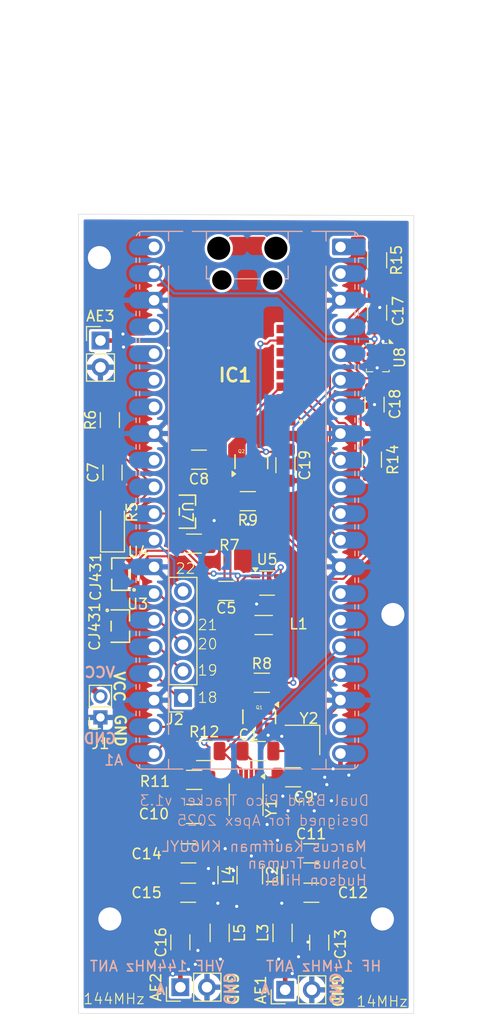
<source format=kicad_pcb>
(kicad_pcb (version 20241229) (generator "pcbnew") (generator_version "9.0")
  (layers (0 "F.Cu" signal) (2 "B.Cu" signal) (13 "F.Paste" user) (15 "B.Paste" user) (5 "F.SilkS" user "F.Silkscreen") (7 "B.SilkS" user "B.Silkscreen") (1 "F.Mask" user) (3 "B.Mask" user) (25 "Edge.Cuts" user))
  (net 0 "")
  (net 1 "GND")
  (net 2 "Net-(U5-L)")
  (net 3 "+3V3")
  (net 4 "Net-(U3-AN)")
  (net 5 "VCC")
  (net 6 "/MEASURE_VBAT")
  (net 7 "Net-(U7-VCC)")
  (net 9 "Net-(IC1-VCC)")
  (net 10 "Net-(AE3-A)")
  (net 11 "/GPS_RESET")
  (net 12 "/GPS_ON")
  (net 13 "/GPS_1PPS")
  (net 14 "/UART1_RX")
  (net 17 "/UART1_TX")
  (net 22 "/VFO_3v3")
  (net 23 "/VFO_PWR_T")
  (net 24 "/GPS_PWR_T")
  (net 25 "/RESET")
  (net 26 "/SENS_SDA")
  (net 27 "/SENS_SCL")
  (net 28 "/VFO_CLK2")
  (net 29 "/VFO_CLK0")
  (net 30 "/VFO_SDA")
  (net 31 "/VFO_OSC")
  (net 32 "/VFO_CLK1")
  (net 34 "/VFO_SCL")
  (net 38 "Net-(A1-GPIO18)")
  (net 41 "Net-(A1-GPIO22)")
  (net 43 "Net-(A1-GPIO21)")
  (net 46 "Net-(A1-GPIO20)")
  (net 47 "Net-(A1-GPIO19)")
  (net 50 "Net-(AE1-A)")
  (net 51 "Net-(AE2-A)")
  (net 52 "Net-(C12-Pad1)")
  (net 53 "Net-(C15-Pad1)")
  (net 54 "/UART0_TX")
  (net 55 "/UART0_RX")
  (net 56 "Net-(Y1-XA)")
  (footprint "Inductor_SMD:L_1206_3216Metric" (layer "F.Cu") (at 61.675 105)
    (property "Reference" "L1")
    (property "Value" "4.7µH")
  )
  (footprint "MountingHole:MountingHole_2.2mm_M2" (layer "F.Cu") (at 47 133)
    (property "Reference" "REF**" (hide yes))
    (property "Value" "MountingHole_2.2mm_M2")
  )
  (footprint "Capacitor_SMD:C_1206_3216Metric" (layer "F.Cu") (at 54.5 126.75 180)
    (property "Reference" "C14")
    (property "Value" "18pF")
  )
  (footprint "Inductor_SMD:L_1206_3216Metric" (layer "F.Cu") (at 58.225 128.825 -90)
    (property "Reference" "L4")
    (property "Value" "56nH")
  )
  (footprint "footprints1:SOT-23_ONS" (layer "F.Cu") (at 54.4 94.2 -90)
    (property "Reference" "U7")
    (property "Value" "MAX809STRG")
  )
  (footprint "Connector_PinHeader_2.54mm:PinHeader_1x02_P2.54mm_Vertical" (layer "F.Cu") (at 53.725 139.5 90)
    (property "Reference" "AE2")
    (property "Value" "VHF 144MHz ANT")
  )
  (footprint "Inductor_SMD:L_1206_3216Metric" (layer "F.Cu") (at 57.475 134.325 -90)
    (property "Reference" "L5")
    (property "Value" "56nH")
  )
  (footprint "Package_LGA:Bosch_LGA-8_2x2.5mm_P0.65mm_ClockwisePinNumbering" (layer "F.Cu") (at 72.55 79.525 -90)
    (property "Reference" "U8")
    (property "Value" "BMP280")
  )
  (footprint "Package_SO:MSOP-10_3x3mm_P0.5mm" (layer "F.Cu") (at 60 121.6375 -90)
    (property "Reference" "Y1")
    (property "Value" "Si5351A-B-GT")
  )
  (footprint "Capacitor_SMD:C_1206_3216Metric" (layer "F.Cu") (at 64.475 119.5)
    (property "Reference" "C9")
    (property "Value" "100nF")
  )
  (footprint "Connector_PinSocket_2.00mm:PinSocket_1x02_P2.00mm_Vertical" (layer "F.Cu") (at 46.1 113.8 180)
    (property "Reference" "J1")
    (property "Value" "Conn_01x02_Pin")
  )
  (footprint "Crystal:Crystal_SMD_2520-4Pin_2.5x2.0mm" (layer "F.Cu") (at 65.375 115.95 180)
    (property "Reference" "Y2")
    (property "Value" "C132296")
  )
  (footprint "Inductor_SMD:L_1206_3216Metric" (layer "F.Cu") (at 63.475 134.325 -90)
    (property "Reference" "L3")
    (property "Value" "560nH")
  )
  (footprint "MountingHole:MountingHole_2.2mm_M2" (layer "F.Cu") (at 73 133)
    (property "Reference" "REF**" (hide yes))
    (property "Value" "MountingHole_2.2mm_M2")
  )
  (footprint "Capacitor_SMD:C_1206_3216Metric" (layer "F.Cu") (at 47 85.475 90)
    (property "Reference" "R6")
    (property "Value" "100kΩ")
  )
  (footprint "PCM_JLCPCB:Q_SOT-23" (layer "F.Cu") (at 61.25 113.74 -90)
    (property "Reference" "Q1" (hide yes))
    (property "Value" "AO3401A")
  )
  (footprint "Inductor_SMD:L_1206_3216Metric" (layer "F.Cu") (at 62.475 128.825 -90)
    (property "Reference" "L2")
    (property "Value" "560nH")
  )
  (footprint "Capacitor_SMD:C_1206_3216Metric" (layer "F.Cu") (at 63.75 89.775 -90)
    (property "Reference" "C19")
    (property "Value" "100nF")
  )
  (footprint "Connector_PinSocket_2.54mm:PinSocket_1x05_P2.54mm_Vertical" (layer "F.Cu") (at 53.975 111.95 180)
    (property "Reference" "J2")
    (property "Value" "Conn_01x05_Pin")
  )
  (footprint "Resistor_SMD:R_1206_3216Metric" (layer "F.Cu") (at 61.5 110.5)
    (property "Reference" "R8")
    (property "Value" "10kΩ")
  )
  (footprint "Capacitor_SMD:C_1206_3216Metric" (layer "F.Cu") (at 54.475 130.5 180)
    (property "Reference" "C15")
    (property "Value" "30pF")
  )
  (footprint "Resistor_SMD:R_1206_3216Metric" (layer "F.Cu") (at 72 89.25 90)
    (property "Reference" "R14")
    (property "Value" "10kΩ")
  )
  (footprint "Resistor_SMD:R_1206_3216Metric" (layer "F.Cu") (at 72.5 70.25 -90)
    (property "Reference" "R15")
    (property "Value" "10kΩ")
  )
  (footprint "Capacitor_SMD:C_1206_3216Metric" (layer "F.Cu") (at 66.225 130.5)
    (property "Reference" "C12")
    (property "Value" "300pF")
  )
  (footprint "Capacitor_SMD:C_1206_3216Metric" (layer "F.Cu") (at 61.125 117 180)
    (property "Reference" "C1")
    (property "Value" "100nF")
  )
  (footprint "Capacitor_SMD:C_1206_3216Metric" (layer "F.Cu") (at 58.1 101.75 180)
    (property "Reference" "C5")
    (property "Value" "10µF")
  )
  (footprint "Capacitor_SMD:C_1206_3216Metric" (layer "F.Cu") (at 53.725 135.225 90)
    (property "Reference" "C16")
    (property "Value" "18pF")
  )
  (footprint "MountingHole:MountingHole_2.2mm_M2" (layer "F.Cu") (at 46 70)
    (property "Reference" "REF**" (hide yes))
    (property "Value" "MountingHole_2.2mm_M2")
  )
  (footprint "Capacitor_SMD:C_1206_3216Metric" (layer "F.Cu") (at 66.2 126.75)
    (property "Reference" "C11")
    (property "Value" "180pF")
  )
  (footprint "Capacitor_SMD:C_1206_3216Metric" (layer "F.Cu") (at 55.5 89.25 180)
    (property "Reference" "C8")
    (property "Value" "100nF")
  )
  (footprint "Capacitor_SMD:C_1206_3216Metric" (layer "F.Cu") (at 72.5 75.25 90)
    (property "Reference" "C17")
    (property "Value" "100nF")
  )
  (footprint "ATGM336H-5N31:ATGM336H5N31" (layer "F.Cu") (at 58.95 81.2)
    (property "Reference" "IC1")
    (property "Value" "ATGM336H-5N31" (hide yes))
  )
  (footprint "Resistor_SMD:R_1206_3216Metric" (layer "F.Cu") (at 55.0375 119.75)
    (property "Reference" "R11")
    (property "Value" "10kΩ")
  )
  (footprint "PCM_JLCPCB:SOT-23-3_L2.9-W1.6-P1.90-LS2.8-BR" (layer "F.Cu") (at 48.06 100.15)
    (property "Reference" "U3" (hide yes))
    (property "Value" "CJ431")
  )
  (footprint "Resistor_SMD:R_1206_3216Metric" (layer "F.Cu") (at 60.1625 93.2 180)
    (property "Reference" "R9")
    (property "Value" "10kΩ")
  )
  (footprint "MountingHole:MountingHole_2.2mm_M2" (layer "F.Cu") (at 74 104)
    (property "Reference" "REF**" (hide yes))
    (property "Value" "MountingHole_2.2mm_M2")
  )
  (footprint "Capacitor_SMD:C_1206_3216Metric" (layer "F.Cu") (at 55.025 97.25)
    (property "Reference" "R7")
    (property "Value" "10kΩ")
  )
  (footprint "Capacitor_SMD:C_1206_3216Metric" (layer "F.Cu") (at 72.25 84 -90)
    (property "Reference" "C18")
    (property "Value" "100nF")
  )
  (footprint "PCM_JLCPCB:SOT-23-3_L2.9-W1.6-P1.90-LS2.8-BR" (layer "F.Cu") (at 48 105.1 180)
    (property "Reference" "U4" (hide yes))
    (property "Value" "CJ431")
  )
  (footprint "Capacitor_SMD:C_1206_3216Metric" (layer "F.Cu") (at 55.025 123 180)
    (property "Reference" "C10")
    (property "Value" "100nF")
  )
  (footprint "PCM_JLCPCB:Q_SOT-23" (layer "F.Cu") (at 60.5 89.44 90)
    (property "Reference" "Q2" (hide yes))
    (property "Value" "AO3401A")
  )
  (footprint "Package_TO_SOT_SMD:Texas_R-PDSO-G6" (layer "F.Cu") (at 62 101)
    (property "Reference" "U5")
    (property "Value" "TPS61221DCK")
  )
  (footprint "Capacitor_SMD:C_1206_3216Metric" (layer "F.Cu") (at 47.25 90.475 90)
    (property "Reference" "C7")
    (property "Value" "1nF")
  )
  (footprint "Diode_SMD:D_1206_3216Metric" (layer "F.Cu") (at 47.25 95.75 90)
    (property "Reference" "R5")
    (property "Value" "200kΩ")
  )
  (footprint "Connector_PinHeader_2.54mm:PinHeader_1x02_P2.54mm_Vertical" (layer "F.Cu") (at 63.725 139.75 90)
    (property "Reference" "AE1")
    (property "Value" "HF 14MHz ANT")
  )
  (footprint "Capacitor_SMD:C_1206_3216Metric" (layer "F.Cu") (at 66.975 135.25 90)
    (property "Reference" "C13")
    (property "Value" "180pF")
  )
  (footprint "Connector_PinHeader_2.54mm:PinHeader_1x02_P2.54mm_Vertical" (layer "F.Cu") (at 46.1 77.9)
    (property "Reference" "AE3")
    (property "Value" "GPS_ANT")
  )
  (footprint "Resistor_SMD:R_1206_3216Metric" (layer "F.Cu") (at 56 117)
    (property "Reference" "R12")
    (property "Value" "10kΩ")
  )
  (footprint "Module:RaspberryPi_Pico_Common_Unspecified" (layer "B.Cu") (at 60.11 93.11 180)
    (property "Reference" "A1")
    (property "Value" "RaspberryPi_Pico")
  )
  (gr_line (start 44 142) (end 76 142) (stroke (width 0.05)) (layer "Edge.Cuts"))
  (gr_line (start 76 66) (end 44 65.86) (stroke (width 0.05)) (layer "Edge.Cuts"))
  (gr_line (start 44 65.86) (end 44 142) (stroke (width 0.05)) (layer "Edge.Cuts"))
  (gr_line (start 76 142) (end 76 66) (stroke (width 0.05)) (layer "Edge.Cuts"))
  (gr_text "144MHz" (at 44.4 141.2 0) (layer "F.SilkS") (effects (font (size 1 1) (thickness 0.1)) (justify left bottom)))
  (gr_text "VCC" (at 47.3 109.3 270) (layer "F.SilkS") (effects (font (size 1 1) (thickness 0.2) (bold yes)) (justify left bottom)))
  (gr_text "20" (at 55.305 107.4 0) (layer "F.SilkS") (effects (font (size 1 1) (thickness 0.1)) (justify left bottom)))
  (gr_text "21" (at 55.305 105.57 0) (layer "F.SilkS") (effects (font (size 1 1) (thickness 0.1)) (justify left bottom)))
  (gr_text "GND" (at 68.1 138.2 270) (layer "F.SilkS") (effects (font (size 1 1) (thickness 0.2) (bold yes)) (justify left bottom)))
  (gr_text "14MHz" (at 70.45 141.45 0) (layer "F.SilkS") (effects (font (size 1 1) (thickness 0.1)) (justify left bottom)))
  (gr_text "22" (at 53.2 100.2 0) (layer "F.SilkS") (effects (font (size 1 1) (thickness 0.1)) (justify left bottom)))
  (gr_text "GND" (at 58.1 138 270) (layer "F.SilkS") (effects (font (size 1 1) (thickness 0.2) (bold yes)) (justify left bottom)))
  (gr_text "18" (at 55.305 112.5 0) (layer "F.SilkS") (effects (font (size 1 1) (thickness 0.1)) (justify left bottom)))
  (gr_text "19" (at 55.305 109.9 0) (layer "F.SilkS") (effects (font (size 1 1) (thickness 0.1)) (justify left bottom)))
  (gr_text "GND" (at 47.4 113.4 270) (layer "F.SilkS") (effects (font (size 1 1) (thickness 0.2) (bold yes)) (justify left bottom)))
  (gr_text "VCC" (at 47.6 110.1 0) (layer "B.SilkS") (effects (font (size 1 1) (thickness 0.2) (bold yes)) (justify left bottom mirror)))
  (gr_text "Dual Band Pico Tracker v1.3" (at 71.8 122.3 0) (layer "B.SilkS") (effects (font (size 1 1) (thickness 0.1)) (justify left bottom mirror)))
  (gr_text "GND" (at 67.9 141.3 270) (layer "B.SilkS") (effects (font (size 1 1) (thickness 0.2) (bold yes)) (justify left bottom mirror)))
  (gr_text "Marcus Kauffman KN6UYL\nJoshua Truman\nHudson Hilal" (at 71.6 129.9 0) (layer "B.SilkS") (effects (font (size 1 1) (thickness 0.125)) (justify left bottom mirror)))
  (gr_text "A" (at 62.4 140.3 0) (layer "B.SilkS") (effects (font (size 1 1) (thickness 0.2) (bold yes)) (justify left bottom mirror)))
  (gr_text "Designed for Apex 2025" (at 71.8 124.2 0) (layer "B.SilkS") (effects (font (size 1 1) (thickness 0.1)) (justify left bottom mirror)))
  (gr_text "GND" (at 47.7 116.4 0) (layer "B.SilkS") (effects (font (size 1 1) (thickness 0.2) (bold yes)) (justify left bottom mirror)))
  (gr_text "GND" (at 57.8 141.3 270) (layer "B.SilkS") (effects (font (size 1 1) (thickness 0.2) (bold yes)) (justify left bottom mirror)))
  (gr_text "A" (at 52.4 140.3 0) (layer "B.SilkS") (effects (font (size 1 1) (thickness 0.2) (bold yes)) (justify left bottom mirror)))
  (segment (start 69.1 105.7) (end 68.7 105.7) (width 0.2) (layer "F.Cu") (net 1))
  (segment (start 73.35 78.55) (end 73.35 78.274823) (width 0.2) (layer "F.Cu") (net 1))
  (segment (start 63.4 115.6) (end 63.837092 115.6) (width 0.2) (layer "F.Cu") (net 1))
  (segment (start 64.187092 115.25) (end 64.5 115.25) (width 0.2) (layer "F.Cu") (net 1))
  (segment (start 72.5 74.5) (end 72.75 74.75) (width 0.2) (layer "F.Cu") (net 1))
  (segment (start 72.75 74.75) (end 72.75 75) (width 0.2) (layer "F.Cu") (net 1))
  (segment (start 65.95 119.5) (end 67.5 119.5) (width 0.2) (layer "F.Cu") (net 1))
  (segment (start 60.9 102.1) (end 60.9 101.65) (width 0.2) (layer "F.Cu") (net 1))
  (segment (start 63 122.9) (end 63 123) (width 0.2) (layer "F.Cu") (net 1))
  (segment (start 58.681448 126) (end 60 124.681448) (width 0.2) (layer "F.Cu") (net 1))
  (segment (start 61 103) (end 61 102.2) (width 0.2) (layer "F.Cu") (net 1))
  (segment (start 69 112.5) (end 66.25 115.25) (width 0.2) (layer "F.Cu") (net 1))
  (segment (start 52.554 98.454) (end 50.646 98.454) (width 0.2) (layer "F.Cu") (net 1))
  (segment (start 60 122.885652) (end 60.185652 122.7) (width 0.2) (layer "F.Cu") (net 1))
  (segment (start 60 123.75) (end 60 122.885652) (width 0.2) (layer "F.Cu") (net 1))
  (segment (start 63.837092 115.6) (end 64.187092 115.25) (width 0.2) (layer "F.Cu") (net 1))
  (segment (start 61 102.2) (end 60.9 102.1) (width 0.2) (layer "F.Cu") (net 1))
  (segment (start 64.5 115.25) (end 66.25 115.25) (width 0.2) (layer "F.Cu") (net 1))
  (segment (start 67.026 118.424) (end 65.95 119.5) (width 0.2) (layer "F.Cu") (net 1))
  (segment (start 69 86.76) (end 70.001 87.761) (width 0.2) (layer "F.Cu") (net 1))
  (segment (start 66.25 115.25) (end 67.026 116.026) (width 0.2) (layer "F.Cu") (net 1))
  (segment (start 70.001 106.601) (end 69.1 105.7) (width 0.2) (layer "F.Cu") (net 1))
  (segment (start 72.5 73.775) (end 72.5 74.5) (width 0.2) (layer "F.Cu") (net 1))
  (segment (start 52.6 98.5) (end 52.554 98.454) (width 0.2) (layer "F.Cu") (net 1))
  (segment (start 70.001 111.159) (end 70.001 106.601) (width 0.2) (layer "F.Cu") (net 1))
  (segment (start 68.7 105.7) (end 65.8 108.6) (width 0.2) (layer "F.Cu") (net 1))
  (segment (start 72.323 79.2) (end 72.973 78.55) (width 0.2) (layer "F.Cu") (net 1))
  (segment (start 73.35 78.274823) (end 73.056383 77.981206) (width 0.2) (layer "F.Cu") (net 1))
  (segment (start 70.001 98.459) (end 69 99.46) (width 0.2) (layer "F.Cu") (net 1))
  (segment (start 50.646 98.454) (end 50.5 98.6) (width 0.2) (layer "F.Cu") (net 1))
  (segment (start 72.25 85.475) (end 72.25 84) (width 0.2) (layer "F.Cu") (net 1))
  (segment (start 69 112.16) (end 69 112.5) (width 0.2) (layer "F.Cu") (net 1))
  (segment (start 65.8 108.6) (end 65.8 110.3) (width 0.2) (layer "F.Cu") (net 1))
  (segment (start 60.185652 122.7) (end 62.8 122.7) (width 0.2) (layer "F.Cu") (net 1))
  (segment (start 70.001 87.761) (end 70.001 98.459) (width 0.2) (layer "F.Cu") (net 1))
  (segment (start 65.8 110.3) (end 63.5 112.6) (width 0.2) (layer "F.Cu") (net 1))
  (segment (start 60 124.681448) (end 60 123.75) (width 0.2) (layer "F.Cu") (net 1))
  (segment (start 72.973 78.55) (end 73.35 78.55) (width 0.2) (layer "F.Cu") (net 1))
  (segment (start 69 112.16) (end 70.001 111.159) (width 0.2) (layer "F.Cu") (net 1))
  (segment (start 62.8 122.7) (end 63 122.9) (width 0.2) (layer "F.Cu") (net 1))
  (segment (start 58.681448 126) (end 58.5 126) (width 0.2) (layer "F.Cu") (net 1))
  (segment (start 67.026 116.026) (end 67.026 118.424) (width 0.2) (layer "F.Cu") (net 1))
  (segment (start 71.75 80.5) (end 72.5 80.5) (width 0.2) (layer "F.Cu") (net 1))
  (segment (start 71.75 79.2) (end 72.323 79.2) (width 0.2) (layer "F.Cu") (net 1))
  (via (at 55.15 137.319) (size 0.6) (drill 0.3) (layers "F.Cu" "B.Cu") (net 1))
  (via (at 69.8 119.3) (size 0.6) (drill 0.3) (layers "F.Cu" "B.Cu") (net 1))
  (via (at 64.9 121.2) (size 0.6) (drill 0.3) (layers "F.Cu" "B.Cu") (net 1))
  (via (at 68.3 118.7) (size 0.6) (drill 0.3) (layers "F.Cu" "B.Cu") (net 1))
  (via (at 56.95 95.05) (size 0.6) (drill 0.3) (layers "F.Cu" "B.Cu") (net 1))
  (via (at 54.5 137.8) (size 0.6) (drill 0.3) (layers "F.Cu" "B.Cu") (net 1))
  (via (at 64 122.7) (size 0.6) (drill 0.3) (layers "F.Cu" "B.Cu") (net 1))
  (via (at 52.5 77) (size 0.6) (drill 0.3) (layers "F.Cu" "B.Cu") (net 1))
  (via (at 63 125.5) (size 0.6) (drill 0.3) (layers "F.Cu" "B.Cu") (net 1))
  (via (at 48.3 78.519) (size 0.6) (drill 0.3) (layers "F.Cu" "B.Cu") (net 1))
  (via (at 52.6 78.6) (size 0.6) (drill 0.3) (layers "F.Cu" "B.Cu") (net 1))
  (via (at 55.4 136) (size 0.6) (drill 0.3) (layers "F.Cu" "B.Cu") (net 1))
  (via (at 58.8 128.4) (size 0.6) (drill 0.3) (layers "F.Cu" "B.Cu") (net 1))
  (via (at 65.9 135.2) (size 0.6) (drill 0.3) (layers "F.Cu" "B.Cu") (net 1))
  (via (at 63.4 131.5) (size 0.6) (drill 0.3) (layers "F.Cu" "B.Cu") (net 1))
  (via (at 48.25 77.281) (size 0.6) (drill 0.3) (layers "F.Cu" "B.Cu") (net 1))
  (via (at 66.6 121.1) (size 0.6) (drill 0.3) (layers "F.Cu" "B.Cu") (net 1))
  (via (at 58 126.3) (size 0.6) (drill 0.3) (layers "F.Cu" "B.Cu") (net 1))
  (via (at 72.25 84) (size 0.6) (drill 0.3) (layers "F.Cu" "B.Cu") (net 1))
  (via (at 60.2 95.4) (size 0.6) (drill 0.3) (layers "F.Cu" "B.Cu") (net 1))
  (via (at 56.9 129.6) (size 0.6) (drill 0.3) (layers "F.Cu" "B.Cu") (net 1))
  (via (at 62.5 128.5) (size 0.6) (drill 0.3) (layers "F.Cu" "B.Cu") (net 1))
  (via (at 57.55 136.825) (size 0.6) (drill 0.3) (layers "F.Cu" "B.Cu") (net 1))
  (via (at 63.4 115.6) (size 0.6) (drill 0.3) (layers "F.Cu" "B.Cu") (net 1))
  (via (at 65 136.6) (size 0.6) (drill 0.3) (layers "F.Cu" "B.Cu") (net 1))
  (via (at 67.7 120.2) (size 0.6) (drill 0.3) (layers "F.Cu" "B.Cu") (net 1))
  (via (at 63.106 136.825) (size 0.6) (drill 0.3) (layers "F.Cu" "B.Cu") (net 1))
  (via (at 68.1377 121.7377) (size 0.6) (drill 0.3) (layers "F.Cu" "B.Cu") (net 1))
  (via (at 57.3 131.5) (size 0.6) (drill 0.3) (layers "F.Cu" "B.Cu") (net 1))
  (via (at 63.5 121.3) (size 0.6) (drill 0.3) (layers "F.Cu" "B.Cu") (net 1))
  (via (at 72.75 74.75) (size 0.6) (drill 0.3) (layers "F.Cu" "B.Cu") (net 1))
  (via (at 62 124) (size 0.6) (drill 0.3) (layers "F.Cu" "B.Cu") (net 1))
  (via (at 56.4 128.2) (size 0.6) (drill 0.3) (layers "F.Cu" "B.Cu") (net 1))
  (via (at 64.4 138.2) (size 0.6) (drill 0.3) (layers "F.Cu" "B.Cu") (net 1))
  (via (at 66.5 122.7) (size 0.6) (drill 0.3) (layers "F.Cu" "B.Cu") (net 1))
  (via (at 61 103) (size 0.6) (drill 0.3) (layers "F.Cu" "B.Cu") (net 1))
  (via (at 67.5 119.5) (size 0.6) (drill 0.3) (layers "F.Cu" "B.Cu") (net 1))
  (via (at 59.1 131.8) (size 0.6) (drill 0.3) (layers "F.Cu" "B.Cu") (net 1))
  (via (at 53 138.2) (size 0.6) (drill 0.3) (layers "F.Cu" "B.Cu") (net 1))
  (via (at 73.056383 77.981206) (size 0.6) (drill 0.3) (layers "F.Cu" "B.Cu") (net 1))
  (via (at 72.5 80.5) (size 0.6) (drill 0.3) (layers "F.Cu" "B.Cu") (net 1))
  (via (at 60.5 127) (size 0.6) (drill 0.3) (layers "F.Cu" "B.Cu") (net 1))
  (via (at 62.1 115.5) (size 0.6) (drill 0.3) (layers "F.Cu" "B.Cu") (net 1))
  (segment (start 63.751 101.42255) (end 63.751 104.499) (width 0.2) (layer "F.Cu") (net 2))
  (segment (start 63.32845 101) (end 63.751 101.42255) (width 0.2) (layer "F.Cu") (net 2))
  (segment (start 63.1 101) (end 63.32845 101) (width 0.2) (layer "F.Cu") (net 2))
  (segment (start 63.751 104.499) (end 63.25 105) (width 0.2) (layer "F.Cu") (net 2))
  (segment (start 61.625 90.555) (end 61.45 90.38) (width 0.2) (layer "F.Cu") (net 3))
  (segment (start 65.3 82.2) (end 68.854 85.754) (width 0.2) (layer "F.Cu") (net 3))
  (segment (start 61.45 94.15) (end 67.9 100.6) (width 0.2) (layer "F.Cu") (net 3))
  (segment (start 60.0375 110.5) (end 62 108.5375) (width 0.2) (layer "F.Cu") (net 3))
  (segment (start 61.625 100.775) (end 61.4 101) (width 0.2) (layer "F.Cu") (net 3))
  (segment (start 64.293628 80.1) (end 65.3 81.106372) (width 0.2) (layer "F.Cu") (net 3))
  (segment (start 72.25 76.975) (end 72.5 76.725) (width 0.2) (layer "F.Cu") (net 3))
  (segment (start 61.4 101) (end 60.9 101) (width 0.2) (layer "F.Cu") (net 3))
  (segment (start 62.15 101.65) (end 61.5 101) (width 0.2) (layer "F.Cu") (net 3))
  (segment (start 68.854 85.754) (end 69.4167 85.754) (width 0.2) (layer "F.Cu") (net 3))
  (segment (start 63.1 101.65) (end 62.15 101.65) (width 0.2) (layer "F.Cu") (net 3))
  (segment (start 65.3 81.106372) (end 65.3 82.2) (width 0.2) (layer "F.Cu") (net 3))
  (segment (start 70.924 87.2613) (end 70.924 89.6365) (width 0.2) (layer "F.Cu") (net 3))
  (segment (start 74.75 71.0375) (end 72.5 68.7875) (width 0.2) (layer "F.Cu") (net 3))
  (segment (start 67.9 100.6) (end 69.2827 100.6) (width 0.2) (layer "F.Cu") (net 3))
  (segment (start 72.25 77.75) (end 72.25 76.975) (width 0.2) (layer "F.Cu") (net 3))
  (segment (start 71.3715 67.659) (end 55.081 67.659) (width 0.2) (layer "F.Cu") (net 3))
  (segment (start 71.373 78.55) (end 71.199 78.724) (width 0.2) (layer "F.Cu") (net 3))
  (segment (start 71.825 78.55) (end 72.25 78.125) (width 0.2) (layer "F.Cu") (net 3))
  (segment (start 62 108.5375) (end 62 102.75) (width 0.2) (layer "F.Cu") (net 3))
  (segment (start 70.924 89.6365) (end 70.924 83.851) (width 0.2) (layer "F.Cu") (net 3))
  (segment (start 71.75 78.55) (end 71.373 78.55) (width 0.2) (layer "F.Cu") (net 3))
  (segment (start 71.199 79.85) (end 72.352 79.85) (width 0.2) (layer "F.Cu") (net 3))
  (segment (start 55.081 67.659) (end 51.22 71.52) (width 0.2) (layer "F.Cu") (net 3))
  (segment (start 72 97.8827) (end 72 90.7125) (width 0.2) (layer "F.Cu") (net 3))
  (segment (start 61.5 101) (end 60.9 101) (width 0.2) (layer "F.Cu") (net 3))
  (segment (start 69.4167 85.754) (end 70.924 87.2613) (width 0.2) (layer "F.Cu") (net 3))
  (segment (start 69.2827 100.6) (end 72 97.8827) (width 0.2) (layer "F.Cu") (net 3))
  (segment (start 73.002 79.2) (end 73.35 79.2) (width 0.2) (layer "F.Cu") (net 3))
  (segment (start 72.352 79.85) (end 73.002 79.2) (width 0.2) (layer "F.Cu") (net 3))
  (segment (start 61.625 93.2) (end 61.625 100.775) (width 0.2) (layer "F.Cu") (net 3))
  (segment (start 60.3 112.8) (end 60.3 110.7625) (width 0.2) (layer "F.Cu") (net 3))
  (segment (start 61.625 93.2) (end 61.625 90.555) (width 0.2) (layer "F.Cu") (net 3))
  (segment (start 72.5 68.7875) (end 71.3715 67.659) (width 0.2) (layer "F.Cu") (net 3))
  (segment (start 72 90.7125) (end 74.75 87.9625) (width 0.2) (layer "F.Cu") (net 3))
  (segment (start 71.75 78.55) (end 71.825 78.55) (width 0.2) (layer "F.Cu") (net 3))
  (segment (start 70.924 83.851) (end 72.25 82.525) (width 0.2) (layer "F.Cu") (net 3))
  (segment (start 62 102.75) (end 63.1 101.65) (width 0.2) (layer "F.Cu") (net 3))
  (segment (start 72 90.7125) (end 70.924 89.6365) (width 0.2) (layer "F.Cu") (net 3))
  (segment (start 71.199 78.724) (end 71.199 79.85) (width 0.2) (layer "F.Cu") (net 3))
  (segment (start 74.75 87.9625) (end 74.75 71.0375) (width 0.2) (layer "F.Cu") (net 3))
  (segment (start 60.3 110.7625) (end 60.0375 110.5) (width 0.2) (layer "F.Cu") (net 3))
  (segment (start 61.45 90.38) (end 61.45 94.15) (width 0.2) (layer "F.Cu") (net 3))
  (segment (start 72.25 78.125) (end 72.25 77.75) (width 0.2) (layer "F.Cu") (net 3))
  (segment (start 63.8 80.1) (end 64.293628 80.1) (width 0.2) (layer "F.Cu") (net 3))
  (via (at 72.25 77.75) (size 0.6) (drill 0.3) (layers "F.Cu" "B.Cu") (net 3))
  (segment (start 53.116 73.416) (end 63.166 73.416) (width 0.2) (layer "B.Cu") (net 3))
  (segment (start 63.166 73.416) (end 67.5 77.75) (width 0.2) (layer "B.Cu") (net 3))
  (segment (start 51.22 71.52) (end 53.116 73.416) (width 0.2) (layer "B.Cu") (net 3))
  (segment (start 67.5 77.75) (end 72.25 77.75) (width 0.2) (layer "B.Cu") (net 3))
  (segment (start 46.82 100.15) (end 46.82 105.99) (width 0.6) (layer "F.Cu") (net 4))
  (segment (start 46.82 105.99) (end 46.76 106.05) (width 0.2) (layer "F.Cu") (net 4))
  (segment (start 60.1 102.35) (end 59.5 101.75) (width 0.2) (layer "F.Cu") (net 5))
  (segment (start 53.55 97.25) (end 56.4 100.1) (width 0.2) (layer "F.Cu") (net 5))
  (segment (start 60.1 105) (end 60.1 102.35) (width 0.2) (layer "F.Cu") (net 5))
  (segment (start 45.425 111.125) (end 45.425 98.975) (width 0.6) (layer "F.Cu") (net 5))
  (segment (start 52.879 97.921) (end 53.55 97.25) (width 0.2) (layer "F.Cu") (net 5))
  (segment (start 49.3 99.2) (end 50.579 97.921) (width 0.2) (layer "F.Cu") (net 5))
  (segment (start 63.3 99.5) (end 63.3 100.15) (width 0.2) (layer "F.Cu") (net 5))
  (segment (start 60 100.35) (end 60.9 100.35) (width 0.2) (layer "F.Cu") (net 5))
  (segment (start 56.4 100.1) (end 56.9 100.1) (width 0.2) (layer "F.Cu") (net 5))
  (segment (start 59.2 101.45) (end 59.5 101.75) (width 0.2) (layer "F.Cu") (net 5))
  (segment (start 59.5 100.85) (end 60 100.35) (width 0.2) (layer "F.Cu") (net 5))
  (segment (start 63.3 100.15) (end 63.1 100.35) (width 0.2) (layer "F.Cu") (net 5))
  (segment (start 47.25 97.15) (end 49.3 99.2) (width 0.6) (layer "F.Cu") (net 5))
  (segment (start 45.425 98.975) (end 47.25 97.15) (width 0.6) (layer "F.Cu") (net 5))
  (segment (start 50.579 97.921) (end 52.879 97.921) (width 0.2) (layer "F.Cu") (net 5))
  (segment (start 59.2 100.3) (end 59.2 101.45) (width 0.2) (layer "F.Cu") (net 5))
  (segment (start 46.1 111.8) (end 45.425 111.125) (width 0.6) (layer "F.Cu") (net 5))
  (segment (start 59.5 101.75) (end 59.5 100.85) (width 0.2) (layer "F.Cu") (net 5))
  (segment (start 49.3 99.2) (end 49.3 101.1) (width 0.6) (layer "F.Cu") (net 5))
  (via (at 59.2 100.3) (size 0.6) (drill 0.3) (layers "F.Cu" "B.Cu") (net 5))
  (via (at 63.3 99.5) (size 0.6) (drill 0.3) (layers "F.Cu" "B.Cu") (net 5))
  (via (at 56.9 100.1) (size 0.6) (drill 0.3) (layers "F.Cu" "B.Cu") (net 5))
  (segment (start 59 100.1) (end 59.2 100.3) (width 0.2) (layer "B.Cu") (net 5))
  (segment (start 62.5 100.3) (end 63.3 99.5) (width 0.2) (layer "B.Cu") (net 5))
  (segment (start 59.2 100.3) (end 62.5 100.3) (width 0.2) (layer "B.Cu") (net 5))
  (segment (start 56.9 100.1) (end 59 100.1) (width 0.2) (layer "B.Cu") (net 5))
  (segment (start 47 88.75) (end 47.25 89) (width 0.2) (layer "F.Cu") (net 6))
  (segment (start 47.25 94.35) (end 48.71 94.35) (width 0.2) (layer "F.Cu") (net 6))
  (segment (start 48.71 94.35) (end 51.22 91.84) (width 0.2) (layer "F.Cu") (net 6))
  (segment (start 48.38 89) (end 51.22 91.84) (width 0.2) (layer "F.Cu") (net 6))
  (segment (start 47.25 89) (end 48.38 89) (width 0.2) (layer "F.Cu") (net 6))
  (segment (start 47 86.95) (end 47 88.75) (width 0.2) (layer "F.Cu") (net 6))
  (segment (start 55.516 96.266) (end 56.5 97.25) (width 0.2) (layer "F.Cu") (net 7))
  (segment (start 56.975 92.041) (end 55.516 93.5) (width 0.2) (layer "F.Cu") (net 7))
  (segment (start 56.975 89.25) (end 56.975 92.041) (width 0.2) (layer "F.Cu") (net 7))
  (segment (start 55.516 93.5) (end 55.516 96.266) (width 0.2) (layer "F.Cu") (net 7))
  (segment (start 60.5 88.5) (end 63.55 88.5) (width 0.2) (layer "F.Cu") (net 9))
  (segment (start 62 78.2) (end 62.3 77.9) (width 0.2) (layer "F.Cu") (net 9))
  (segment (start 63.55 88.5) (end 63.75 88.3) (width 0.2) (layer "F.Cu") (net 9))
  (segment (start 61.36 78.2) (end 62 78.2) (width 0.2) (layer "F.Cu") (net 9))
  (segment (start 62.3 77.9) (end 63.8 77.9) (width 0.2) (layer "F.Cu") (net 9))
  (via (at 61.9 88.5) (size 0.6) (drill 0.3) (layers "F.Cu" "B.Cu") (net 9))
  (via (at 61.36 78.2) (size 0.6) (drill 0.3) (layers "F.Cu" "B.Cu") (net 9))
  (segment (start 61.36 87.96) (end 61.36 78.2) (width 0.2) (layer "B.Cu") (net 9))
  (segment (start 61.9 88.5) (end 61.36 87.96) (width 0.2) (layer "B.Cu") (net 9))
  (segment (start 46.1 77.9) (end 54.1 77.9) (width 0.438) (layer "F.Cu") (net 10))
  (segment (start 67.999 83.219) (end 69 84.22) (width 0.2) (layer "F.Cu") (net 11))
  (segment (start 64.3 76.8) (end 67.999 80.499) (width 0.2) (layer "F.Cu") (net 11))
  (segment (start 63.8 76.8) (end 64.3 76.8) (width 0.2) (layer "F.Cu") (net 11))
  (segment (start 67.999 80.499) (end 67.999 83.219) (width 0.2) (layer "F.Cu") (net 11))
  (segment (start 64.901 81.801) (end 64.901 82.901) (width 0.2) (layer "F.Cu") (net 12))
  (segment (start 64.3 81.2) (end 64.901 81.801) (width 0.2) (layer "F.Cu") (net 12))
  (segment (start 64.901 82.901) (end 67.994 85.994) (width 0.2) (layer "F.Cu") (net 12))
  (segment (start 63.8 81.2) (end 64.3 81.2) (width 0.2) (layer "F.Cu") (net 12))
  (segment (start 67.994 85.994) (end 67.994 88.294) (width 0.2) (layer "F.Cu") (net 12))
  (segment (start 67.994 88.294) (end 69 89.3) (width 0.2) (layer "F.Cu") (net 12))
  (segment (start 63.8 82.3) (end 63.3 82.3) (width 0.2) (layer "F.Cu") (net 13))
  (segment (start 57.9365 87.6635) (end 57.9365 110.0905) (width 0.2) (layer "F.Cu") (net 13))
  (segment (start 57.9365 110.0905) (end 53.327 114.7) (width 0.2) (layer "F.Cu") (net 13))
  (segment (start 53.327 114.7) (end 51.22 114.7) (width 0.2) (layer "F.Cu") (net 13))
  (segment (start 63.3 82.3) (end 57.9365 87.6635) (width 0.2) (layer "F.Cu") (net 13))
  (segment (start 64.3 84.5) (end 67.392 87.592) (width 0.2) (layer "F.Cu") (net 14))
  (segment (start 63.8 84.5) (end 64.3 84.5) (width 0.2) (layer "F.Cu") (net 14))
  (segment (start 67.392 95.312) (end 69 96.92) (width 0.2) (layer "F.Cu") (net 14))
  (segment (start 67.392 87.592) (end 67.392 95.312) (width 0.2) (layer "F.Cu") (net 14))
  (segment (start 67.693 86.793) (end 67.693 93.073) (width 0.2) (layer "F.Cu") (net 17))
  (segment (start 64.3 83.4) (end 67.693 86.793) (width 0.2) (layer "F.Cu") (net 17))
  (segment (start 67.693 93.073) (end 69 94.38) (width 0.2) (layer "F.Cu") (net 17))
  (segment (start 63.8 83.4) (end 64.3 83.4) (width 0.2) (layer "F.Cu") (net 17))
  (segment (start 56.5 123) (end 56.5 122.675) (width 0.2) (layer "F.Cu") (net 22))
  (segment (start 56.5 121.5) (end 57.6 120.4) (width 0.2) (layer "F.Cu") (net 22))
  (segment (start 62.975 119.525) (end 63 119.5) (width 0.2) (layer "F.Cu") (net 22))
  (segment (start 63.4 119.5) (end 66.25 116.65) (width 0.2) (layer "F.Cu") (net 22))
  (segment (start 57.8 120.6) (end 57.6 120.4) (width 0.2) (layer "F.Cu") (net 22))
  (segment (start 60.789348 120.6) (end 57.8 120.6) (width 0.2) (layer "F.Cu") (net 22))
  (segment (start 61.25 119.275) (end 61 119.525) (width 0.2) (layer "F.Cu") (net 22))
  (segment (start 61 119.525) (end 61 120.389348) (width 0.2) (layer "F.Cu") (net 22))
  (segment (start 61 120.389348) (end 60.789348 120.6) (width 0.2) (layer "F.Cu") (net 22))
  (segment (start 59.250848 124.8635) (end 59.5 124.614348) (width 0.2) (layer "F.Cu") (net 22))
  (segment (start 61 119.525) (end 62.975 119.525) (width 0.2) (layer "F.Cu") (net 22))
  (segment (start 53.575 117.9625) (end 54.5375 117) (width 0.2) (layer "F.Cu") (net 22))
  (segment (start 58.3635 124.8635) (end 59.250848 124.8635) (width 0.2) (layer "F.Cu") (net 22))
  (segment (start 56.5 122.675) (end 53.575 119.75) (width 0.2) (layer "F.Cu") (net 22))
  (segment (start 61.25 114.68) (end 61.25 119.275) (width 0.2) (layer "F.Cu") (net 22))
  (segment (start 56.5 123) (end 56.5 121.5) (width 0.2) (layer "F.Cu") (net 22))
  (segment (start 53.575 119.75) (end 53.575 117.9625) (width 0.2) (layer "F.Cu") (net 22))
  (segment (start 63 119.5) (end 63.4 119.5) (width 0.2) (layer "F.Cu") (net 22))
  (segment (start 56.5 123) (end 58.3635 124.8635) (width 0.2) (layer "F.Cu") (net 22))
  (segment (start 59.5 124.614348) (end 59.5 123.75) (width 0.2) (layer "F.Cu") (net 22))
  (segment (start 62.2 111.2625) (end 62.9625 110.5) (width 0.2) (layer "F.Cu") (net 23))
  (segment (start 62.2 112.8) (end 62.2 111.2625) (width 0.2) (layer "F.Cu") (net 23))
  (segment (start 64.5 110.5) (end 62.9625 110.5) (width 0.2) (layer "F.Cu") (net 23))
  (via (at 64.5 110.5) (size 0.6) (drill 0.3) (layers "F.Cu" "B.Cu") (net 23))
  (segment (start 69 81.68) (end 64.5 86.18) (width 0.2) (layer "B.Cu") (net 23))
  (segment (start 64.5 86.18) (end 64.5 110.5) (width 0.2) (layer "B.Cu") (net 23))
  (segment (start 58.5 109.96) (end 51.22 117.24) (width 0.2) (layer "F.Cu") (net 24))
  (segment (start 58.5 92) (end 58.5 109.96) (width 0.2) (layer "F.Cu") (net 24))
  (segment (start 58.5 92) (end 59.55 90.95) (width 0.2) (layer "F.Cu") (net 24))
  (segment (start 52.61404 94.38) (end 53.384 95.14996) (width 0.2) (layer "F.Cu") (net 25))
  (segment (start 51.22 94.38) (end 52.61404 94.38) (width 0.2) (layer "F.Cu") (net 25))
  (segment (start 73.8 79.85) (end 73.35 79.85) (width 0.2) (layer "F.Cu") (net 26))
  (segment (start 72.5 71.7125) (end 71.299 72.9135) (width 0.2) (layer "F.Cu") (net 26))
  (segment (start 71.299 72.9135) (end 71.299 74.301) (width 0.2) (layer "F.Cu") (net 26))
  (segment (start 71.299 74.301) (end 69 76.6) (width 0.2) (layer "F.Cu") (net 26))
  (segment (start 73.901 79.749) (end 73.8 79.85) (width 0.2) (layer "F.Cu") (net 26))
  (segment (start 73.901 73.1135) (end 73.901 79.749) (width 0.2) (layer "F.Cu") (net 26))
  (segment (start 72.5 71.7125) (end 73.901 73.1135) (width 0.2) (layer "F.Cu") (net 26))
  (segment (start 73.35 80.5) (end 72.35 81.5) (width 0.2) (layer "F.Cu") (net 27))
  (segment (start 72 87.7875) (end 73.451 86.3365) (width 0.2) (layer "F.Cu") (net 27))
  (segment (start 72.35 81.5) (end 71.36 81.5) (width 0.2) (layer "F.Cu") (net 27))
  (segment (start 73.451 86.3365) (end 73.451 80.601) (width 0.2) (layer "F.Cu") (net 27))
  (segment (start 71.36 81.5) (end 69 79.14) (width 0.2) (layer "F.Cu") (net 27))
  (segment (start 73.451 80.601) (end 73.35 80.5) (width 0.2) (layer "F.Cu") (net 27))
  (segment (start 67.292893 121.707107) (end 68.707107 120.292893) (width 0.438) (layer "F.Cu") (net 28))
  (segment (start 69 119.585786) (end 69 117.24) (width 0.438) (layer "F.Cu") (net 28))
  (segment (start 60.014214 122) (end 66.585786 122) (width 0.438) (layer "F.Cu") (net 28))
  (segment (start 59.292893 122.307107) (end 59.307107 122.292893) (width 0.438) (layer "F.Cu") (net 28))
  (segment (start 59 123.75) (end 59 123.014191) (width 0.438) (layer "F.Cu") (net 28))
  (arc (start 66.585786 122) (mid 66.968469 121.92388) (end 67.292893 121.707107) (width 0.438) (layer "F.Cu") (net 28))
  (arc (start 59 123.014191) (mid 59.076114 122.631533) (end 59.292893 122.307107) (width 0.438) (layer "F.Cu") (net 28))
  (arc (start 59.307107 122.292893) (mid 59.63153 122.07612) (end 60.014214 122) (width 0.438) (layer "F.Cu") (net 28))
  (arc (start 69 119.585786) (mid 68.92388 119.968469) (end 68.707107 120.292893) (width 0.438) (layer "F.Cu") (net 28))
  (segment (start 64.225 127.25) (end 64.725 126.75) (width 0.438) (layer "F.Cu") (net 29))
  (segment (start 61.332893 126.107893) (end 62.475 127.25) (width 0.438) (layer "F.Cu") (net 29))
  (segment (start 62.475 127.25) (end 64.225 127.25) (width 0.438) (layer "F.Cu") (net 29))
  (segment (start 61.04 123.75) (end 61.04 125.400786) (width 0.438) (layer "F.Cu") (net 29))
  (arc (start 61.04 125.400786) (mid 61.11612 125.783469) (end 61.332893 126.107893) (width 0.438) (layer "F.Cu") (net 29))
  (segment (start 56.5 116.7) (end 56.5 119.75) (width 0.2) (layer "F.Cu") (net 30))
  (segment (start 58.775 119.75) (end 59 119.525) (width 0.2) (layer "F.Cu") (net 30))
  (segment (start 56.5 119.75) (end 58.775 119.75) (width 0.2) (layer "F.Cu") (net 30))
  (segment (start 56 116.2) (end 56.5 116.7) (width 0.2) (layer "F.Cu") (net 30))
  (via (at 56 116.2) (size 0.6) (drill 0.3) (layers "F.Cu" "B.Cu") (net 30))
  (segment (start 56.291075 115.908925) (end 56 116.2) (width 0.2) (layer "B.Cu") (net 30))
  (segment (start 69 107.08) (end 60.171075 115.908925) (width 0.2) (layer "B.Cu") (net 30))
  (segment (start 60.171075 115.908925) (end 56.291075 115.908925) (width 0.2) (layer "B.Cu") (net 30))
  (segment (start 64.15 117) (end 64.5 116.65) (width 0.2) (layer "F.Cu") (net 31))
  (segment (start 62.6 117) (end 64.15 117) (width 0.2) (layer "F.Cu") (net 31))
  (segment (start 60.5 124.560786) (end 60.5 123.75) (width 0.438) (layer "F.Cu") (net 32))
  (segment (start 58.225 127.25) (end 56.475 127.25) (width 0.438) (layer "F.Cu") (net 32))
  (segment (start 56.475 127.25) (end 55.975 126.75) (width 0.2) (layer "F.Cu") (net 32))
  (segment (start 58.225 127.25) (end 60.207107 125.267893) (width 0.438) (layer "F.Cu") (net 32))
  (arc (start 60.207107 125.267893) (mid 60.42388 124.94347) (end 60.5 124.560786) (width 0.438) (layer "F.Cu") (net 32))
  (segment (start 59.5 118.660652) (end 59.5 119.525) (width 0.2) (layer "F.Cu") (net 34))
  (segment (start 60.749 113.940454) (end 60.749 114.251) (width 0.2) (layer "F.Cu") (net 34))
  (segment (start 60.950454 113.739) (end 60.749 113.940454) (width 0.2) (layer "F.Cu") (net 34))
  (segment (start 57.4625 117) (end 57.7 117) (width 0.2) (layer "F.Cu") (net 34))
  (segment (start 61.751 113.940454) (end 61.549546 113.739) (width 0.2) (layer "F.Cu") (net 34))
  (segment (start 60.749 114.251) (end 58 117) (width 0.2) (layer "F.Cu") (net 34))
  (segment (start 61.261 113.739) (end 60.950454 113.739) (width 0.2) (layer "F.Cu") (net 34))
  (segment (start 64.679546 113.940454) (end 61.751 113.940454) (width 0.2) (layer "F.Cu") (net 34))
  (segment (start 57.7 117) (end 59.5 118.8) (width 0.2) (layer "F.Cu") (net 34))
  (segment (start 61.549546 113.739) (end 61.261 113.739) (width 0.2) (layer "F.Cu") (net 34))
  (segment (start 58 117) (end 57.4625 117) (width 0.2) (layer "F.Cu") (net 34))
  (segment (start 69 109.62) (end 64.679546 113.940454) (width 0.2) (layer "F.Cu") (net 34))
  (segment (start 59.5 118.8) (end 59.5 119.525) (width 0.2) (layer "F.Cu") (net 34))
  (segment (start 53.975 111.95) (end 53.55 111.95) (width 0.2) (layer "F.Cu") (net 38))
  (segment (start 53.55 111.95) (end 51.22 109.62) (width 0.2) (layer "F.Cu") (net 38))
  (segment (start 53.125 100.94) (end 53.125 98.825) (width 0.2) (layer "B.Cu") (net 41))
  (segment (start 53.125 98.825) (end 51.22 96.92) (width 0.2) (layer "B.Cu") (net 41))
  (segment (start 53.975 101.79) (end 53.125 100.94) (width 0.2) (layer "B.Cu") (net 41))
  (segment (start 53.975 104.33) (end 51.645 102) (width 0.2) (layer "F.Cu") (net 43))
  (segment (start 51.645 102) (end 51.22 102) (width 0.2) (layer "F.Cu") (net 43))
  (segment (start 53.975 106.87) (end 51.645 104.54) (width 0.2) (layer "F.Cu") (net 46))
  (segment (start 51.645 104.54) (end 51.22 104.54) (width 0.2) (layer "F.Cu") (net 46))
  (segment (start 51.645 107.08) (end 51.22 107.08) (width 0.2) (layer "F.Cu") (net 47))
  (segment (start 53.975 109.41) (end 51.645 107.08) (width 0.2) (layer "F.Cu") (net 47))
  (segment (start 66.442893 136.192893) (end 66.975 136.725) (width 0.438) (layer "F.Cu") (net 50))
  (segment (start 63.725 139.75) (end 63.725 136.15) (width 0.438) (layer "F.Cu") (net 50))
  (segment (start 63.475 135.9) (end 65.735786 135.9) (width 0.438) (layer "F.Cu") (net 50))
  (segment (start 63.725 136.15) (end 63.475 135.9) (width 0.438) (layer "F.Cu") (net 50))
  (arc (start 65.735786 135.9) (mid 66.118469 135.97612) (end 66.442893 136.192893) (width 0.438) (layer "F.Cu") (net 50))
  (segment (start 53.725 136.7) (end 56.260786 136.7) (width 0.438) (layer "F.Cu") (net 51))
  (segment (start 56.967893 136.407107) (end 57.475 135.9) (width 0.438) (layer "F.Cu") (net 51))
  (segment (start 53.725 136.7) (end 53.725 139.5) (width 0.438) (layer "F.Cu") (net 51))
  (arc (start 56.967893 136.407107) (mid 56.64347 136.62388) (end 56.260786 136.7) (width 0.438) (layer "F.Cu") (net 51))
  (segment (start 64.75 130.5) (end 62.575 130.5) (width 0.438) (layer "F.Cu") (net 52))
  (segment (start 62.5 131.360786) (end 62.5 130.425) (width 0.438) (layer "F.Cu") (net 52))
  (segment (start 62.575 130.5) (end 62.475 130.4) (width 0.2) (layer "F.Cu") (net 52))
  (segment (start 62.5 130.425) (end 62.475 130.4) (width 0.438) (layer "F.Cu") (net 52))
  (segment (start 63.475 132.75) (end 62.792893 132.067893) (width 0.438) (layer "F.Cu") (net 52))
  (arc (start 62.5 131.360786) (mid 62.57612 131.743469) (end 62.792893 132.067893) (width 0.438) (layer "F.Cu") (net 52))
  (segment (start 56.05 130.4) (end 55.95 130.5) (width 0.438) (layer "F.Cu") (net 53))
  (segment (start 58.225 130.4) (end 56.05 130.4) (width 0.438) (layer "F.Cu") (net 53))
  (segment (start 57.475 132.75) (end 57.932107 132.292893) (width 0.438) (layer "F.Cu") (net 53))
  (segment (start 58.225 131.585786) (end 58.225 130.4) (width 0.438) (layer "F.Cu") (net 53))
  (arc (start 58.225 131.585786) (mid 58.14888 131.968469) (end 57.932107 132.292893) (width 0.438) (layer "F.Cu") (net 53))
  (segment (start 59.65 117) (end 60.5 117.85) (width 0.2) (layer "F.Cu") (net 56))
  (segment (start 60.5 117.85) (end 60.5 119.525) (width 0.2) (layer "F.Cu") (net 56))
  (zone (net 1) (net_name "GND") (layers "F.Cu" "B.Cu") (connect_pads (clearance 0.25)) (min_thickness 0.25) (fill yes (thermal_gap 0.5) (thermal_bridge_width 0.5))
    (polygon (pts (xy 43 65) (xy 77 65) (xy 77 143) (xy 43 143)))
  )
)
</source>
